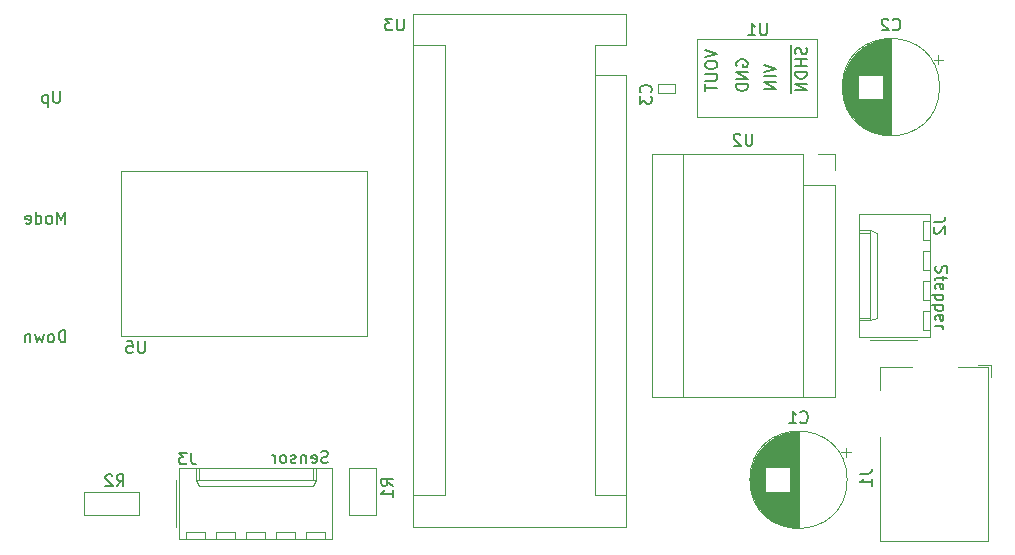
<source format=gbr>
%TF.GenerationSoftware,KiCad,Pcbnew,(5.1.10)-1*%
%TF.CreationDate,2021-10-25T17:57:51-04:00*%
%TF.ProjectId,KittyCaddy,4b697474-7943-4616-9464-792e6b696361,rev?*%
%TF.SameCoordinates,Original*%
%TF.FileFunction,Legend,Bot*%
%TF.FilePolarity,Positive*%
%FSLAX46Y46*%
G04 Gerber Fmt 4.6, Leading zero omitted, Abs format (unit mm)*
G04 Created by KiCad (PCBNEW (5.1.10)-1) date 2021-10-25 17:57:51*
%MOMM*%
%LPD*%
G01*
G04 APERTURE LIST*
%ADD10C,0.150000*%
%ADD11C,0.120000*%
G04 APERTURE END LIST*
D10*
X119363833Y-121689761D02*
X119220976Y-121737380D01*
X118982880Y-121737380D01*
X118887642Y-121689761D01*
X118840023Y-121642142D01*
X118792404Y-121546904D01*
X118792404Y-121451666D01*
X118840023Y-121356428D01*
X118887642Y-121308809D01*
X118982880Y-121261190D01*
X119173357Y-121213571D01*
X119268595Y-121165952D01*
X119316214Y-121118333D01*
X119363833Y-121023095D01*
X119363833Y-120927857D01*
X119316214Y-120832619D01*
X119268595Y-120785000D01*
X119173357Y-120737380D01*
X118935261Y-120737380D01*
X118792404Y-120785000D01*
X117982880Y-121689761D02*
X118078119Y-121737380D01*
X118268595Y-121737380D01*
X118363833Y-121689761D01*
X118411452Y-121594523D01*
X118411452Y-121213571D01*
X118363833Y-121118333D01*
X118268595Y-121070714D01*
X118078119Y-121070714D01*
X117982880Y-121118333D01*
X117935261Y-121213571D01*
X117935261Y-121308809D01*
X118411452Y-121404047D01*
X117506690Y-121070714D02*
X117506690Y-121737380D01*
X117506690Y-121165952D02*
X117459071Y-121118333D01*
X117363833Y-121070714D01*
X117220976Y-121070714D01*
X117125738Y-121118333D01*
X117078119Y-121213571D01*
X117078119Y-121737380D01*
X116649547Y-121689761D02*
X116554309Y-121737380D01*
X116363833Y-121737380D01*
X116268595Y-121689761D01*
X116220976Y-121594523D01*
X116220976Y-121546904D01*
X116268595Y-121451666D01*
X116363833Y-121404047D01*
X116506690Y-121404047D01*
X116601928Y-121356428D01*
X116649547Y-121261190D01*
X116649547Y-121213571D01*
X116601928Y-121118333D01*
X116506690Y-121070714D01*
X116363833Y-121070714D01*
X116268595Y-121118333D01*
X115649547Y-121737380D02*
X115744785Y-121689761D01*
X115792404Y-121642142D01*
X115840023Y-121546904D01*
X115840023Y-121261190D01*
X115792404Y-121165952D01*
X115744785Y-121118333D01*
X115649547Y-121070714D01*
X115506690Y-121070714D01*
X115411452Y-121118333D01*
X115363833Y-121165952D01*
X115316214Y-121261190D01*
X115316214Y-121546904D01*
X115363833Y-121642142D01*
X115411452Y-121689761D01*
X115506690Y-121737380D01*
X115649547Y-121737380D01*
X114887642Y-121737380D02*
X114887642Y-121070714D01*
X114887642Y-121261190D02*
X114840023Y-121165952D01*
X114792404Y-121118333D01*
X114697166Y-121070714D01*
X114601928Y-121070714D01*
X96686595Y-90257380D02*
X96686595Y-91066904D01*
X96638976Y-91162142D01*
X96591357Y-91209761D01*
X96496119Y-91257380D01*
X96305642Y-91257380D01*
X96210404Y-91209761D01*
X96162785Y-91162142D01*
X96115166Y-91066904D01*
X96115166Y-90257380D01*
X95638976Y-90590714D02*
X95638976Y-91590714D01*
X95638976Y-90638333D02*
X95543738Y-90590714D01*
X95353261Y-90590714D01*
X95258023Y-90638333D01*
X95210404Y-90685952D01*
X95162785Y-90781190D01*
X95162785Y-91066904D01*
X95210404Y-91162142D01*
X95258023Y-91209761D01*
X95353261Y-91257380D01*
X95543738Y-91257380D01*
X95638976Y-91209761D01*
X97107166Y-101480880D02*
X97107166Y-100480880D01*
X96773833Y-101195166D01*
X96440500Y-100480880D01*
X96440500Y-101480880D01*
X95821452Y-101480880D02*
X95916690Y-101433261D01*
X95964309Y-101385642D01*
X96011928Y-101290404D01*
X96011928Y-101004690D01*
X95964309Y-100909452D01*
X95916690Y-100861833D01*
X95821452Y-100814214D01*
X95678595Y-100814214D01*
X95583357Y-100861833D01*
X95535738Y-100909452D01*
X95488119Y-101004690D01*
X95488119Y-101290404D01*
X95535738Y-101385642D01*
X95583357Y-101433261D01*
X95678595Y-101480880D01*
X95821452Y-101480880D01*
X94630976Y-101480880D02*
X94630976Y-100480880D01*
X94630976Y-101433261D02*
X94726214Y-101480880D01*
X94916690Y-101480880D01*
X95011928Y-101433261D01*
X95059547Y-101385642D01*
X95107166Y-101290404D01*
X95107166Y-101004690D01*
X95059547Y-100909452D01*
X95011928Y-100861833D01*
X94916690Y-100814214D01*
X94726214Y-100814214D01*
X94630976Y-100861833D01*
X93773833Y-101433261D02*
X93869071Y-101480880D01*
X94059547Y-101480880D01*
X94154785Y-101433261D01*
X94202404Y-101338023D01*
X94202404Y-100957071D01*
X94154785Y-100861833D01*
X94059547Y-100814214D01*
X93869071Y-100814214D01*
X93773833Y-100861833D01*
X93726214Y-100957071D01*
X93726214Y-101052309D01*
X94202404Y-101147547D01*
X97130976Y-111513880D02*
X97130976Y-110513880D01*
X96892880Y-110513880D01*
X96750023Y-110561500D01*
X96654785Y-110656738D01*
X96607166Y-110751976D01*
X96559547Y-110942452D01*
X96559547Y-111085309D01*
X96607166Y-111275785D01*
X96654785Y-111371023D01*
X96750023Y-111466261D01*
X96892880Y-111513880D01*
X97130976Y-111513880D01*
X95988119Y-111513880D02*
X96083357Y-111466261D01*
X96130976Y-111418642D01*
X96178595Y-111323404D01*
X96178595Y-111037690D01*
X96130976Y-110942452D01*
X96083357Y-110894833D01*
X95988119Y-110847214D01*
X95845261Y-110847214D01*
X95750023Y-110894833D01*
X95702404Y-110942452D01*
X95654785Y-111037690D01*
X95654785Y-111323404D01*
X95702404Y-111418642D01*
X95750023Y-111466261D01*
X95845261Y-111513880D01*
X95988119Y-111513880D01*
X95321452Y-110847214D02*
X95130976Y-111513880D01*
X94940500Y-111037690D01*
X94750023Y-111513880D01*
X94559547Y-110847214D01*
X94178595Y-110847214D02*
X94178595Y-111513880D01*
X94178595Y-110942452D02*
X94130976Y-110894833D01*
X94035738Y-110847214D01*
X93892880Y-110847214D01*
X93797642Y-110894833D01*
X93750023Y-110990071D01*
X93750023Y-111513880D01*
X170854738Y-105053142D02*
X170807119Y-105196000D01*
X170807119Y-105434095D01*
X170854738Y-105529333D01*
X170902357Y-105576952D01*
X170997595Y-105624571D01*
X171092833Y-105624571D01*
X171188071Y-105576952D01*
X171235690Y-105529333D01*
X171283309Y-105434095D01*
X171330928Y-105243619D01*
X171378547Y-105148380D01*
X171426166Y-105100761D01*
X171521404Y-105053142D01*
X171616642Y-105053142D01*
X171711880Y-105100761D01*
X171759500Y-105148380D01*
X171807119Y-105243619D01*
X171807119Y-105481714D01*
X171759500Y-105624571D01*
X171473785Y-105910285D02*
X171473785Y-106291238D01*
X171807119Y-106053142D02*
X170949976Y-106053142D01*
X170854738Y-106100761D01*
X170807119Y-106196000D01*
X170807119Y-106291238D01*
X170854738Y-107005523D02*
X170807119Y-106910285D01*
X170807119Y-106719809D01*
X170854738Y-106624571D01*
X170949976Y-106576952D01*
X171330928Y-106576952D01*
X171426166Y-106624571D01*
X171473785Y-106719809D01*
X171473785Y-106910285D01*
X171426166Y-107005523D01*
X171330928Y-107053142D01*
X171235690Y-107053142D01*
X171140452Y-106576952D01*
X171473785Y-107481714D02*
X170473785Y-107481714D01*
X171426166Y-107481714D02*
X171473785Y-107576952D01*
X171473785Y-107767428D01*
X171426166Y-107862666D01*
X171378547Y-107910285D01*
X171283309Y-107957904D01*
X170997595Y-107957904D01*
X170902357Y-107910285D01*
X170854738Y-107862666D01*
X170807119Y-107767428D01*
X170807119Y-107576952D01*
X170854738Y-107481714D01*
X171473785Y-108386476D02*
X170473785Y-108386476D01*
X171426166Y-108386476D02*
X171473785Y-108481714D01*
X171473785Y-108672190D01*
X171426166Y-108767428D01*
X171378547Y-108815047D01*
X171283309Y-108862666D01*
X170997595Y-108862666D01*
X170902357Y-108815047D01*
X170854738Y-108767428D01*
X170807119Y-108672190D01*
X170807119Y-108481714D01*
X170854738Y-108386476D01*
X170854738Y-109672190D02*
X170807119Y-109576952D01*
X170807119Y-109386476D01*
X170854738Y-109291238D01*
X170949976Y-109243619D01*
X171330928Y-109243619D01*
X171426166Y-109291238D01*
X171473785Y-109386476D01*
X171473785Y-109576952D01*
X171426166Y-109672190D01*
X171330928Y-109719809D01*
X171235690Y-109719809D01*
X171140452Y-109243619D01*
X170807119Y-110148380D02*
X171473785Y-110148380D01*
X171283309Y-110148380D02*
X171378547Y-110196000D01*
X171426166Y-110243619D01*
X171473785Y-110338857D01*
X171473785Y-110434095D01*
D11*
%TO.C,R1*%
X121112100Y-122130200D02*
X121112100Y-126130200D01*
X123412100Y-122130200D02*
X121112100Y-122130200D01*
X123412100Y-126130200D02*
X123412100Y-122130200D01*
X123412100Y-126130200D02*
X121112100Y-126130200D01*
%TO.C,J1*%
X175288000Y-113654000D02*
X172688000Y-113654000D01*
X175288000Y-128354000D02*
X175288000Y-113654000D01*
X166088000Y-113654000D02*
X166088000Y-115554000D01*
X168788000Y-113654000D02*
X166088000Y-113654000D01*
X166088000Y-128354000D02*
X175288000Y-128354000D01*
X166088000Y-119554000D02*
X166088000Y-128354000D01*
X175488000Y-114504000D02*
X175488000Y-113454000D01*
X174438000Y-113454000D02*
X175488000Y-113454000D01*
%TO.C,R2*%
X98713100Y-126158500D02*
X103413100Y-126158500D01*
X103413100Y-124158500D02*
X98713100Y-124158500D01*
X98713100Y-126158500D02*
X98713100Y-124158500D01*
X103413100Y-124158500D02*
X103413100Y-126158500D01*
%TO.C,U2*%
X146783600Y-95551800D02*
X159613600Y-95551800D01*
X146783600Y-116131800D02*
X146783600Y-95551800D01*
X162283600Y-116131800D02*
X146783600Y-116131800D01*
X162283600Y-98221800D02*
X162283600Y-116131800D01*
X159613600Y-98221800D02*
X162283600Y-98221800D01*
X159613600Y-95551800D02*
X159613600Y-98221800D01*
X162283600Y-95551800D02*
X162283600Y-96951800D01*
X160883600Y-95551800D02*
X162283600Y-95551800D01*
X159613600Y-98221800D02*
X159613600Y-116131800D01*
X149453600Y-95551800D02*
X149453600Y-116131800D01*
%TO.C,U5*%
X101854000Y-110998000D02*
X112268000Y-110998000D01*
X101854000Y-97028000D02*
X101854000Y-110998000D01*
X122682000Y-97028000D02*
X101854000Y-97028000D01*
X122682000Y-110998000D02*
X122682000Y-97028000D01*
X112268000Y-110998000D02*
X122682000Y-110998000D01*
%TO.C,U1*%
X150647400Y-85826600D02*
X150647400Y-92430600D01*
X160807400Y-85826600D02*
X150647400Y-85826600D01*
X160807400Y-92430600D02*
X160807400Y-85826600D01*
X150647400Y-92430600D02*
X160807400Y-92430600D01*
%TO.C,J3*%
X119138600Y-127601200D02*
X119138600Y-128201200D01*
X117538600Y-127601200D02*
X119138600Y-127601200D01*
X117538600Y-128201200D02*
X117538600Y-127601200D01*
X116598600Y-127601200D02*
X116598600Y-128201200D01*
X114998600Y-127601200D02*
X116598600Y-127601200D01*
X114998600Y-128201200D02*
X114998600Y-127601200D01*
X114058600Y-127601200D02*
X114058600Y-128201200D01*
X112458600Y-127601200D02*
X114058600Y-127601200D01*
X112458600Y-128201200D02*
X112458600Y-127601200D01*
X111518600Y-127601200D02*
X111518600Y-128201200D01*
X109918600Y-127601200D02*
X111518600Y-127601200D01*
X109918600Y-128201200D02*
X109918600Y-127601200D01*
X108978600Y-127601200D02*
X108978600Y-128201200D01*
X107378600Y-127601200D02*
X108978600Y-127601200D01*
X107378600Y-128201200D02*
X107378600Y-127601200D01*
X118088600Y-122181200D02*
X118088600Y-123181200D01*
X108428600Y-122181200D02*
X108428600Y-123181200D01*
X118088600Y-123711200D02*
X118338600Y-123181200D01*
X108428600Y-123711200D02*
X118088600Y-123711200D01*
X108178600Y-123181200D02*
X108428600Y-123711200D01*
X118338600Y-123181200D02*
X118338600Y-122181200D01*
X108178600Y-123181200D02*
X118338600Y-123181200D01*
X108178600Y-122181200D02*
X108178600Y-123181200D01*
X106508600Y-127171200D02*
X106508600Y-123171200D01*
X119718600Y-128201200D02*
X106798600Y-128201200D01*
X119718600Y-122181200D02*
X119718600Y-128201200D01*
X106798600Y-122181200D02*
X119718600Y-122181200D01*
X106798600Y-128201200D02*
X106798600Y-122181200D01*
%TO.C,J2*%
X169714400Y-101257200D02*
X170314400Y-101257200D01*
X169714400Y-102857200D02*
X169714400Y-101257200D01*
X170314400Y-102857200D02*
X169714400Y-102857200D01*
X169714400Y-103797200D02*
X170314400Y-103797200D01*
X169714400Y-105397200D02*
X169714400Y-103797200D01*
X170314400Y-105397200D02*
X169714400Y-105397200D01*
X169714400Y-106337200D02*
X170314400Y-106337200D01*
X169714400Y-107937200D02*
X169714400Y-106337200D01*
X170314400Y-107937200D02*
X169714400Y-107937200D01*
X169714400Y-108877200D02*
X170314400Y-108877200D01*
X169714400Y-110477200D02*
X169714400Y-108877200D01*
X170314400Y-110477200D02*
X169714400Y-110477200D01*
X164294400Y-102307200D02*
X165294400Y-102307200D01*
X164294400Y-109427200D02*
X165294400Y-109427200D01*
X165824400Y-102307200D02*
X165294400Y-102057200D01*
X165824400Y-109427200D02*
X165824400Y-102307200D01*
X165294400Y-109677200D02*
X165824400Y-109427200D01*
X165294400Y-102057200D02*
X164294400Y-102057200D01*
X165294400Y-109677200D02*
X165294400Y-102057200D01*
X164294400Y-109677200D02*
X165294400Y-109677200D01*
X169284400Y-111347200D02*
X165284400Y-111347200D01*
X170314400Y-100677200D02*
X170314400Y-111057200D01*
X164294400Y-100677200D02*
X170314400Y-100677200D01*
X164294400Y-111057200D02*
X164294400Y-100677200D01*
X170314400Y-111057200D02*
X164294400Y-111057200D01*
%TO.C,C2*%
X171042698Y-87201000D02*
X171042698Y-88001000D01*
X171442698Y-87601000D02*
X170642698Y-87601000D01*
X162952000Y-89383000D02*
X162952000Y-90449000D01*
X162992000Y-89148000D02*
X162992000Y-90684000D01*
X163032000Y-88968000D02*
X163032000Y-90864000D01*
X163072000Y-88818000D02*
X163072000Y-91014000D01*
X163112000Y-88687000D02*
X163112000Y-91145000D01*
X163152000Y-88570000D02*
X163152000Y-91262000D01*
X163192000Y-88463000D02*
X163192000Y-91369000D01*
X163232000Y-88364000D02*
X163232000Y-91468000D01*
X163272000Y-88271000D02*
X163272000Y-91561000D01*
X163312000Y-88185000D02*
X163312000Y-91647000D01*
X163352000Y-88103000D02*
X163352000Y-91729000D01*
X163392000Y-88026000D02*
X163392000Y-91806000D01*
X163432000Y-87952000D02*
X163432000Y-91880000D01*
X163472000Y-87882000D02*
X163472000Y-91950000D01*
X163512000Y-87814000D02*
X163512000Y-92018000D01*
X163552000Y-87750000D02*
X163552000Y-92082000D01*
X163592000Y-87688000D02*
X163592000Y-92144000D01*
X163632000Y-87629000D02*
X163632000Y-92203000D01*
X163672000Y-87571000D02*
X163672000Y-92261000D01*
X163712000Y-87516000D02*
X163712000Y-92316000D01*
X163752000Y-87462000D02*
X163752000Y-92370000D01*
X163792000Y-87411000D02*
X163792000Y-92421000D01*
X163832000Y-87360000D02*
X163832000Y-92472000D01*
X163872000Y-87312000D02*
X163872000Y-92520000D01*
X163912000Y-87265000D02*
X163912000Y-92567000D01*
X163952000Y-87219000D02*
X163952000Y-92613000D01*
X163992000Y-87175000D02*
X163992000Y-92657000D01*
X164032000Y-87132000D02*
X164032000Y-92700000D01*
X164072000Y-87090000D02*
X164072000Y-92742000D01*
X164112000Y-87049000D02*
X164112000Y-92783000D01*
X164152000Y-87009000D02*
X164152000Y-92823000D01*
X164192000Y-86971000D02*
X164192000Y-92861000D01*
X164232000Y-86933000D02*
X164232000Y-92899000D01*
X164272000Y-90956000D02*
X164272000Y-92935000D01*
X164272000Y-86897000D02*
X164272000Y-88876000D01*
X164312000Y-90956000D02*
X164312000Y-92971000D01*
X164312000Y-86861000D02*
X164312000Y-88876000D01*
X164352000Y-90956000D02*
X164352000Y-93006000D01*
X164352000Y-86826000D02*
X164352000Y-88876000D01*
X164392000Y-90956000D02*
X164392000Y-93040000D01*
X164392000Y-86792000D02*
X164392000Y-88876000D01*
X164432000Y-90956000D02*
X164432000Y-93072000D01*
X164432000Y-86760000D02*
X164432000Y-88876000D01*
X164472000Y-90956000D02*
X164472000Y-93105000D01*
X164472000Y-86727000D02*
X164472000Y-88876000D01*
X164512000Y-90956000D02*
X164512000Y-93136000D01*
X164512000Y-86696000D02*
X164512000Y-88876000D01*
X164552000Y-90956000D02*
X164552000Y-93166000D01*
X164552000Y-86666000D02*
X164552000Y-88876000D01*
X164592000Y-90956000D02*
X164592000Y-93196000D01*
X164592000Y-86636000D02*
X164592000Y-88876000D01*
X164632000Y-90956000D02*
X164632000Y-93225000D01*
X164632000Y-86607000D02*
X164632000Y-88876000D01*
X164672000Y-90956000D02*
X164672000Y-93254000D01*
X164672000Y-86578000D02*
X164672000Y-88876000D01*
X164712000Y-90956000D02*
X164712000Y-93281000D01*
X164712000Y-86551000D02*
X164712000Y-88876000D01*
X164752000Y-90956000D02*
X164752000Y-93308000D01*
X164752000Y-86524000D02*
X164752000Y-88876000D01*
X164792000Y-90956000D02*
X164792000Y-93334000D01*
X164792000Y-86498000D02*
X164792000Y-88876000D01*
X164832000Y-90956000D02*
X164832000Y-93360000D01*
X164832000Y-86472000D02*
X164832000Y-88876000D01*
X164872000Y-90956000D02*
X164872000Y-93385000D01*
X164872000Y-86447000D02*
X164872000Y-88876000D01*
X164912000Y-90956000D02*
X164912000Y-93409000D01*
X164912000Y-86423000D02*
X164912000Y-88876000D01*
X164952000Y-90956000D02*
X164952000Y-93433000D01*
X164952000Y-86399000D02*
X164952000Y-88876000D01*
X164992000Y-90956000D02*
X164992000Y-93456000D01*
X164992000Y-86376000D02*
X164992000Y-88876000D01*
X165032000Y-90956000D02*
X165032000Y-93478000D01*
X165032000Y-86354000D02*
X165032000Y-88876000D01*
X165072000Y-90956000D02*
X165072000Y-93500000D01*
X165072000Y-86332000D02*
X165072000Y-88876000D01*
X165112000Y-90956000D02*
X165112000Y-93522000D01*
X165112000Y-86310000D02*
X165112000Y-88876000D01*
X165152000Y-90956000D02*
X165152000Y-93543000D01*
X165152000Y-86289000D02*
X165152000Y-88876000D01*
X165192000Y-90956000D02*
X165192000Y-93563000D01*
X165192000Y-86269000D02*
X165192000Y-88876000D01*
X165232000Y-90956000D02*
X165232000Y-93582000D01*
X165232000Y-86250000D02*
X165232000Y-88876000D01*
X165272000Y-90956000D02*
X165272000Y-93602000D01*
X165272000Y-86230000D02*
X165272000Y-88876000D01*
X165312000Y-90956000D02*
X165312000Y-93620000D01*
X165312000Y-86212000D02*
X165312000Y-88876000D01*
X165352000Y-90956000D02*
X165352000Y-93638000D01*
X165352000Y-86194000D02*
X165352000Y-88876000D01*
X165392000Y-90956000D02*
X165392000Y-93656000D01*
X165392000Y-86176000D02*
X165392000Y-88876000D01*
X165432000Y-90956000D02*
X165432000Y-93673000D01*
X165432000Y-86159000D02*
X165432000Y-88876000D01*
X165472000Y-90956000D02*
X165472000Y-93690000D01*
X165472000Y-86142000D02*
X165472000Y-88876000D01*
X165512000Y-90956000D02*
X165512000Y-93706000D01*
X165512000Y-86126000D02*
X165512000Y-88876000D01*
X165552000Y-90956000D02*
X165552000Y-93721000D01*
X165552000Y-86111000D02*
X165552000Y-88876000D01*
X165592000Y-90956000D02*
X165592000Y-93737000D01*
X165592000Y-86095000D02*
X165592000Y-88876000D01*
X165632000Y-90956000D02*
X165632000Y-93751000D01*
X165632000Y-86081000D02*
X165632000Y-88876000D01*
X165672000Y-90956000D02*
X165672000Y-93766000D01*
X165672000Y-86066000D02*
X165672000Y-88876000D01*
X165712000Y-90956000D02*
X165712000Y-93779000D01*
X165712000Y-86053000D02*
X165712000Y-88876000D01*
X165752000Y-90956000D02*
X165752000Y-93793000D01*
X165752000Y-86039000D02*
X165752000Y-88876000D01*
X165792000Y-90956000D02*
X165792000Y-93805000D01*
X165792000Y-86027000D02*
X165792000Y-88876000D01*
X165832000Y-90956000D02*
X165832000Y-93818000D01*
X165832000Y-86014000D02*
X165832000Y-88876000D01*
X165872000Y-90956000D02*
X165872000Y-93830000D01*
X165872000Y-86002000D02*
X165872000Y-88876000D01*
X165912000Y-90956000D02*
X165912000Y-93841000D01*
X165912000Y-85991000D02*
X165912000Y-88876000D01*
X165952000Y-90956000D02*
X165952000Y-93852000D01*
X165952000Y-85980000D02*
X165952000Y-88876000D01*
X165992000Y-90956000D02*
X165992000Y-93863000D01*
X165992000Y-85969000D02*
X165992000Y-88876000D01*
X166032000Y-90956000D02*
X166032000Y-93873000D01*
X166032000Y-85959000D02*
X166032000Y-88876000D01*
X166072000Y-90956000D02*
X166072000Y-93883000D01*
X166072000Y-85949000D02*
X166072000Y-88876000D01*
X166112000Y-90956000D02*
X166112000Y-93892000D01*
X166112000Y-85940000D02*
X166112000Y-88876000D01*
X166152000Y-90956000D02*
X166152000Y-93901000D01*
X166152000Y-85931000D02*
X166152000Y-88876000D01*
X166192000Y-90956000D02*
X166192000Y-93910000D01*
X166192000Y-85922000D02*
X166192000Y-88876000D01*
X166232000Y-90956000D02*
X166232000Y-93918000D01*
X166232000Y-85914000D02*
X166232000Y-88876000D01*
X166272000Y-90956000D02*
X166272000Y-93926000D01*
X166272000Y-85906000D02*
X166272000Y-88876000D01*
X166312000Y-90956000D02*
X166312000Y-93933000D01*
X166312000Y-85899000D02*
X166312000Y-88876000D01*
X166353000Y-85892000D02*
X166353000Y-93940000D01*
X166393000Y-85886000D02*
X166393000Y-93946000D01*
X166433000Y-85879000D02*
X166433000Y-93953000D01*
X166473000Y-85874000D02*
X166473000Y-93958000D01*
X166513000Y-85868000D02*
X166513000Y-93964000D01*
X166553000Y-85864000D02*
X166553000Y-93968000D01*
X166593000Y-85859000D02*
X166593000Y-93973000D01*
X166633000Y-85855000D02*
X166633000Y-93977000D01*
X166673000Y-85851000D02*
X166673000Y-93981000D01*
X166713000Y-85848000D02*
X166713000Y-93984000D01*
X166753000Y-85845000D02*
X166753000Y-93987000D01*
X166793000Y-85842000D02*
X166793000Y-93990000D01*
X166833000Y-85840000D02*
X166833000Y-93992000D01*
X166873000Y-85839000D02*
X166873000Y-93993000D01*
X166913000Y-85837000D02*
X166913000Y-93995000D01*
X166953000Y-85836000D02*
X166953000Y-93996000D01*
X166993000Y-85836000D02*
X166993000Y-93996000D01*
X167033000Y-85836000D02*
X167033000Y-93996000D01*
X171153000Y-89916000D02*
G75*
G03*
X171153000Y-89916000I-4120000J0D01*
G01*
%TO.C,C1*%
X163219498Y-120449600D02*
X163219498Y-121249600D01*
X163619498Y-120849600D02*
X162819498Y-120849600D01*
X155128800Y-122631600D02*
X155128800Y-123697600D01*
X155168800Y-122396600D02*
X155168800Y-123932600D01*
X155208800Y-122216600D02*
X155208800Y-124112600D01*
X155248800Y-122066600D02*
X155248800Y-124262600D01*
X155288800Y-121935600D02*
X155288800Y-124393600D01*
X155328800Y-121818600D02*
X155328800Y-124510600D01*
X155368800Y-121711600D02*
X155368800Y-124617600D01*
X155408800Y-121612600D02*
X155408800Y-124716600D01*
X155448800Y-121519600D02*
X155448800Y-124809600D01*
X155488800Y-121433600D02*
X155488800Y-124895600D01*
X155528800Y-121351600D02*
X155528800Y-124977600D01*
X155568800Y-121274600D02*
X155568800Y-125054600D01*
X155608800Y-121200600D02*
X155608800Y-125128600D01*
X155648800Y-121130600D02*
X155648800Y-125198600D01*
X155688800Y-121062600D02*
X155688800Y-125266600D01*
X155728800Y-120998600D02*
X155728800Y-125330600D01*
X155768800Y-120936600D02*
X155768800Y-125392600D01*
X155808800Y-120877600D02*
X155808800Y-125451600D01*
X155848800Y-120819600D02*
X155848800Y-125509600D01*
X155888800Y-120764600D02*
X155888800Y-125564600D01*
X155928800Y-120710600D02*
X155928800Y-125618600D01*
X155968800Y-120659600D02*
X155968800Y-125669600D01*
X156008800Y-120608600D02*
X156008800Y-125720600D01*
X156048800Y-120560600D02*
X156048800Y-125768600D01*
X156088800Y-120513600D02*
X156088800Y-125815600D01*
X156128800Y-120467600D02*
X156128800Y-125861600D01*
X156168800Y-120423600D02*
X156168800Y-125905600D01*
X156208800Y-120380600D02*
X156208800Y-125948600D01*
X156248800Y-120338600D02*
X156248800Y-125990600D01*
X156288800Y-120297600D02*
X156288800Y-126031600D01*
X156328800Y-120257600D02*
X156328800Y-126071600D01*
X156368800Y-120219600D02*
X156368800Y-126109600D01*
X156408800Y-120181600D02*
X156408800Y-126147600D01*
X156448800Y-124204600D02*
X156448800Y-126183600D01*
X156448800Y-120145600D02*
X156448800Y-122124600D01*
X156488800Y-124204600D02*
X156488800Y-126219600D01*
X156488800Y-120109600D02*
X156488800Y-122124600D01*
X156528800Y-124204600D02*
X156528800Y-126254600D01*
X156528800Y-120074600D02*
X156528800Y-122124600D01*
X156568800Y-124204600D02*
X156568800Y-126288600D01*
X156568800Y-120040600D02*
X156568800Y-122124600D01*
X156608800Y-124204600D02*
X156608800Y-126320600D01*
X156608800Y-120008600D02*
X156608800Y-122124600D01*
X156648800Y-124204600D02*
X156648800Y-126353600D01*
X156648800Y-119975600D02*
X156648800Y-122124600D01*
X156688800Y-124204600D02*
X156688800Y-126384600D01*
X156688800Y-119944600D02*
X156688800Y-122124600D01*
X156728800Y-124204600D02*
X156728800Y-126414600D01*
X156728800Y-119914600D02*
X156728800Y-122124600D01*
X156768800Y-124204600D02*
X156768800Y-126444600D01*
X156768800Y-119884600D02*
X156768800Y-122124600D01*
X156808800Y-124204600D02*
X156808800Y-126473600D01*
X156808800Y-119855600D02*
X156808800Y-122124600D01*
X156848800Y-124204600D02*
X156848800Y-126502600D01*
X156848800Y-119826600D02*
X156848800Y-122124600D01*
X156888800Y-124204600D02*
X156888800Y-126529600D01*
X156888800Y-119799600D02*
X156888800Y-122124600D01*
X156928800Y-124204600D02*
X156928800Y-126556600D01*
X156928800Y-119772600D02*
X156928800Y-122124600D01*
X156968800Y-124204600D02*
X156968800Y-126582600D01*
X156968800Y-119746600D02*
X156968800Y-122124600D01*
X157008800Y-124204600D02*
X157008800Y-126608600D01*
X157008800Y-119720600D02*
X157008800Y-122124600D01*
X157048800Y-124204600D02*
X157048800Y-126633600D01*
X157048800Y-119695600D02*
X157048800Y-122124600D01*
X157088800Y-124204600D02*
X157088800Y-126657600D01*
X157088800Y-119671600D02*
X157088800Y-122124600D01*
X157128800Y-124204600D02*
X157128800Y-126681600D01*
X157128800Y-119647600D02*
X157128800Y-122124600D01*
X157168800Y-124204600D02*
X157168800Y-126704600D01*
X157168800Y-119624600D02*
X157168800Y-122124600D01*
X157208800Y-124204600D02*
X157208800Y-126726600D01*
X157208800Y-119602600D02*
X157208800Y-122124600D01*
X157248800Y-124204600D02*
X157248800Y-126748600D01*
X157248800Y-119580600D02*
X157248800Y-122124600D01*
X157288800Y-124204600D02*
X157288800Y-126770600D01*
X157288800Y-119558600D02*
X157288800Y-122124600D01*
X157328800Y-124204600D02*
X157328800Y-126791600D01*
X157328800Y-119537600D02*
X157328800Y-122124600D01*
X157368800Y-124204600D02*
X157368800Y-126811600D01*
X157368800Y-119517600D02*
X157368800Y-122124600D01*
X157408800Y-124204600D02*
X157408800Y-126830600D01*
X157408800Y-119498600D02*
X157408800Y-122124600D01*
X157448800Y-124204600D02*
X157448800Y-126850600D01*
X157448800Y-119478600D02*
X157448800Y-122124600D01*
X157488800Y-124204600D02*
X157488800Y-126868600D01*
X157488800Y-119460600D02*
X157488800Y-122124600D01*
X157528800Y-124204600D02*
X157528800Y-126886600D01*
X157528800Y-119442600D02*
X157528800Y-122124600D01*
X157568800Y-124204600D02*
X157568800Y-126904600D01*
X157568800Y-119424600D02*
X157568800Y-122124600D01*
X157608800Y-124204600D02*
X157608800Y-126921600D01*
X157608800Y-119407600D02*
X157608800Y-122124600D01*
X157648800Y-124204600D02*
X157648800Y-126938600D01*
X157648800Y-119390600D02*
X157648800Y-122124600D01*
X157688800Y-124204600D02*
X157688800Y-126954600D01*
X157688800Y-119374600D02*
X157688800Y-122124600D01*
X157728800Y-124204600D02*
X157728800Y-126969600D01*
X157728800Y-119359600D02*
X157728800Y-122124600D01*
X157768800Y-124204600D02*
X157768800Y-126985600D01*
X157768800Y-119343600D02*
X157768800Y-122124600D01*
X157808800Y-124204600D02*
X157808800Y-126999600D01*
X157808800Y-119329600D02*
X157808800Y-122124600D01*
X157848800Y-124204600D02*
X157848800Y-127014600D01*
X157848800Y-119314600D02*
X157848800Y-122124600D01*
X157888800Y-124204600D02*
X157888800Y-127027600D01*
X157888800Y-119301600D02*
X157888800Y-122124600D01*
X157928800Y-124204600D02*
X157928800Y-127041600D01*
X157928800Y-119287600D02*
X157928800Y-122124600D01*
X157968800Y-124204600D02*
X157968800Y-127053600D01*
X157968800Y-119275600D02*
X157968800Y-122124600D01*
X158008800Y-124204600D02*
X158008800Y-127066600D01*
X158008800Y-119262600D02*
X158008800Y-122124600D01*
X158048800Y-124204600D02*
X158048800Y-127078600D01*
X158048800Y-119250600D02*
X158048800Y-122124600D01*
X158088800Y-124204600D02*
X158088800Y-127089600D01*
X158088800Y-119239600D02*
X158088800Y-122124600D01*
X158128800Y-124204600D02*
X158128800Y-127100600D01*
X158128800Y-119228600D02*
X158128800Y-122124600D01*
X158168800Y-124204600D02*
X158168800Y-127111600D01*
X158168800Y-119217600D02*
X158168800Y-122124600D01*
X158208800Y-124204600D02*
X158208800Y-127121600D01*
X158208800Y-119207600D02*
X158208800Y-122124600D01*
X158248800Y-124204600D02*
X158248800Y-127131600D01*
X158248800Y-119197600D02*
X158248800Y-122124600D01*
X158288800Y-124204600D02*
X158288800Y-127140600D01*
X158288800Y-119188600D02*
X158288800Y-122124600D01*
X158328800Y-124204600D02*
X158328800Y-127149600D01*
X158328800Y-119179600D02*
X158328800Y-122124600D01*
X158368800Y-124204600D02*
X158368800Y-127158600D01*
X158368800Y-119170600D02*
X158368800Y-122124600D01*
X158408800Y-124204600D02*
X158408800Y-127166600D01*
X158408800Y-119162600D02*
X158408800Y-122124600D01*
X158448800Y-124204600D02*
X158448800Y-127174600D01*
X158448800Y-119154600D02*
X158448800Y-122124600D01*
X158488800Y-124204600D02*
X158488800Y-127181600D01*
X158488800Y-119147600D02*
X158488800Y-122124600D01*
X158529800Y-119140600D02*
X158529800Y-127188600D01*
X158569800Y-119134600D02*
X158569800Y-127194600D01*
X158609800Y-119127600D02*
X158609800Y-127201600D01*
X158649800Y-119122600D02*
X158649800Y-127206600D01*
X158689800Y-119116600D02*
X158689800Y-127212600D01*
X158729800Y-119112600D02*
X158729800Y-127216600D01*
X158769800Y-119107600D02*
X158769800Y-127221600D01*
X158809800Y-119103600D02*
X158809800Y-127225600D01*
X158849800Y-119099600D02*
X158849800Y-127229600D01*
X158889800Y-119096600D02*
X158889800Y-127232600D01*
X158929800Y-119093600D02*
X158929800Y-127235600D01*
X158969800Y-119090600D02*
X158969800Y-127238600D01*
X159009800Y-119088600D02*
X159009800Y-127240600D01*
X159049800Y-119087600D02*
X159049800Y-127241600D01*
X159089800Y-119085600D02*
X159089800Y-127243600D01*
X159129800Y-119084600D02*
X159129800Y-127244600D01*
X159169800Y-119084600D02*
X159169800Y-127244600D01*
X159209800Y-119084600D02*
X159209800Y-127244600D01*
X163329800Y-123164600D02*
G75*
G03*
X163329800Y-123164600I-4120000J0D01*
G01*
%TO.C,U3*%
X126590600Y-83715400D02*
X144630600Y-83715400D01*
X126590600Y-127155400D02*
X126590600Y-83715400D01*
X144630600Y-127155400D02*
X126590600Y-127155400D01*
X141960600Y-124485400D02*
X144630600Y-124485400D01*
X141960600Y-88925400D02*
X141960600Y-124485400D01*
X141960600Y-88925400D02*
X144630600Y-88925400D01*
X129260600Y-124485400D02*
X126590600Y-124485400D01*
X129260600Y-86385400D02*
X129260600Y-124485400D01*
X129260600Y-86385400D02*
X126590600Y-86385400D01*
X144630600Y-83715400D02*
X144630600Y-86385400D01*
X144630600Y-88925400D02*
X144630600Y-127155400D01*
X141960600Y-86385400D02*
X144630600Y-86385400D01*
X141960600Y-88925400D02*
X141960600Y-86385400D01*
%TO.C,C3*%
X148742400Y-90398600D02*
X148742400Y-89636600D01*
X147345400Y-90398600D02*
X148742400Y-90398600D01*
X147345400Y-89636600D02*
X147345400Y-90398600D01*
X148742400Y-89636600D02*
X147345400Y-89636600D01*
%TO.C,R1*%
D10*
X124864480Y-123663533D02*
X124388290Y-123330200D01*
X124864480Y-123092104D02*
X123864480Y-123092104D01*
X123864480Y-123473057D01*
X123912100Y-123568295D01*
X123959719Y-123615914D01*
X124054957Y-123663533D01*
X124197814Y-123663533D01*
X124293052Y-123615914D01*
X124340671Y-123568295D01*
X124388290Y-123473057D01*
X124388290Y-123092104D01*
X124864480Y-124615914D02*
X124864480Y-124044485D01*
X124864480Y-124330200D02*
X123864480Y-124330200D01*
X124007338Y-124234961D01*
X124102576Y-124139723D01*
X124150195Y-124044485D01*
%TO.C,J1*%
X164390380Y-122670666D02*
X165104666Y-122670666D01*
X165247523Y-122623047D01*
X165342761Y-122527809D01*
X165390380Y-122384952D01*
X165390380Y-122289714D01*
X165390380Y-123670666D02*
X165390380Y-123099238D01*
X165390380Y-123384952D02*
X164390380Y-123384952D01*
X164533238Y-123289714D01*
X164628476Y-123194476D01*
X164676095Y-123099238D01*
%TO.C,R2*%
X101479766Y-123710880D02*
X101813100Y-123234690D01*
X102051195Y-123710880D02*
X102051195Y-122710880D01*
X101670242Y-122710880D01*
X101575004Y-122758500D01*
X101527385Y-122806119D01*
X101479766Y-122901357D01*
X101479766Y-123044214D01*
X101527385Y-123139452D01*
X101575004Y-123187071D01*
X101670242Y-123234690D01*
X102051195Y-123234690D01*
X101098814Y-122806119D02*
X101051195Y-122758500D01*
X100955957Y-122710880D01*
X100717861Y-122710880D01*
X100622623Y-122758500D01*
X100575004Y-122806119D01*
X100527385Y-122901357D01*
X100527385Y-122996595D01*
X100575004Y-123139452D01*
X101146433Y-123710880D01*
X100527385Y-123710880D01*
%TO.C,U2*%
X155295504Y-93864180D02*
X155295504Y-94673704D01*
X155247885Y-94768942D01*
X155200266Y-94816561D01*
X155105028Y-94864180D01*
X154914552Y-94864180D01*
X154819314Y-94816561D01*
X154771695Y-94768942D01*
X154724076Y-94673704D01*
X154724076Y-93864180D01*
X154295504Y-93959419D02*
X154247885Y-93911800D01*
X154152647Y-93864180D01*
X153914552Y-93864180D01*
X153819314Y-93911800D01*
X153771695Y-93959419D01*
X153724076Y-94054657D01*
X153724076Y-94149895D01*
X153771695Y-94292752D01*
X154343123Y-94864180D01*
X153724076Y-94864180D01*
%TO.C,U5*%
X103860504Y-111415580D02*
X103860504Y-112225104D01*
X103812885Y-112320342D01*
X103765266Y-112367961D01*
X103670028Y-112415580D01*
X103479552Y-112415580D01*
X103384314Y-112367961D01*
X103336695Y-112320342D01*
X103289076Y-112225104D01*
X103289076Y-111415580D01*
X102336695Y-111415580D02*
X102812885Y-111415580D01*
X102860504Y-111891771D01*
X102812885Y-111844152D01*
X102717647Y-111796533D01*
X102479552Y-111796533D01*
X102384314Y-111844152D01*
X102336695Y-111891771D01*
X102289076Y-111987009D01*
X102289076Y-112225104D01*
X102336695Y-112320342D01*
X102384314Y-112367961D01*
X102479552Y-112415580D01*
X102717647Y-112415580D01*
X102812885Y-112367961D01*
X102860504Y-112320342D01*
%TO.C,U1*%
X156540104Y-84516980D02*
X156540104Y-85326504D01*
X156492485Y-85421742D01*
X156444866Y-85469361D01*
X156349628Y-85516980D01*
X156159152Y-85516980D01*
X156063914Y-85469361D01*
X156016295Y-85421742D01*
X155968676Y-85326504D01*
X155968676Y-84516980D01*
X154968676Y-85516980D02*
X155540104Y-85516980D01*
X155254390Y-85516980D02*
X155254390Y-84516980D01*
X155349628Y-84659838D01*
X155444866Y-84755076D01*
X155540104Y-84802695D01*
X158552400Y-86382790D02*
X158552400Y-87335171D01*
X159872161Y-86573266D02*
X159919780Y-86716123D01*
X159919780Y-86954219D01*
X159872161Y-87049457D01*
X159824542Y-87097076D01*
X159729304Y-87144695D01*
X159634066Y-87144695D01*
X159538828Y-87097076D01*
X159491209Y-87049457D01*
X159443590Y-86954219D01*
X159395971Y-86763742D01*
X159348352Y-86668504D01*
X159300733Y-86620885D01*
X159205495Y-86573266D01*
X159110257Y-86573266D01*
X159015019Y-86620885D01*
X158967400Y-86668504D01*
X158919780Y-86763742D01*
X158919780Y-87001838D01*
X158967400Y-87144695D01*
X158552400Y-87335171D02*
X158552400Y-88382790D01*
X159919780Y-87573266D02*
X158919780Y-87573266D01*
X159395971Y-87573266D02*
X159395971Y-88144695D01*
X159919780Y-88144695D02*
X158919780Y-88144695D01*
X158552400Y-88382790D02*
X158552400Y-89382790D01*
X159919780Y-88620885D02*
X158919780Y-88620885D01*
X158919780Y-88858980D01*
X158967400Y-89001838D01*
X159062638Y-89097076D01*
X159157876Y-89144695D01*
X159348352Y-89192314D01*
X159491209Y-89192314D01*
X159681685Y-89144695D01*
X159776923Y-89097076D01*
X159872161Y-89001838D01*
X159919780Y-88858980D01*
X159919780Y-88620885D01*
X158552400Y-89382790D02*
X158552400Y-90430409D01*
X159919780Y-89620885D02*
X158919780Y-89620885D01*
X159919780Y-90192314D01*
X158919780Y-90192314D01*
X156319780Y-88011361D02*
X157319780Y-88344695D01*
X156319780Y-88678028D01*
X157319780Y-89011361D02*
X156319780Y-89011361D01*
X157319780Y-89487552D02*
X156319780Y-89487552D01*
X157319780Y-90058980D01*
X156319780Y-90058980D01*
X153967400Y-88144695D02*
X153919780Y-88049457D01*
X153919780Y-87906600D01*
X153967400Y-87763742D01*
X154062638Y-87668504D01*
X154157876Y-87620885D01*
X154348352Y-87573266D01*
X154491209Y-87573266D01*
X154681685Y-87620885D01*
X154776923Y-87668504D01*
X154872161Y-87763742D01*
X154919780Y-87906600D01*
X154919780Y-88001838D01*
X154872161Y-88144695D01*
X154824542Y-88192314D01*
X154491209Y-88192314D01*
X154491209Y-88001838D01*
X154919780Y-88620885D02*
X153919780Y-88620885D01*
X154919780Y-89192314D01*
X153919780Y-89192314D01*
X154919780Y-89668504D02*
X153919780Y-89668504D01*
X153919780Y-89906600D01*
X153967400Y-90049457D01*
X154062638Y-90144695D01*
X154157876Y-90192314D01*
X154348352Y-90239933D01*
X154491209Y-90239933D01*
X154681685Y-90192314D01*
X154776923Y-90144695D01*
X154872161Y-90049457D01*
X154919780Y-89906600D01*
X154919780Y-89668504D01*
X151319780Y-86744695D02*
X152319780Y-87078028D01*
X151319780Y-87411361D01*
X151319780Y-87935171D02*
X151319780Y-88125647D01*
X151367400Y-88220885D01*
X151462638Y-88316123D01*
X151653114Y-88363742D01*
X151986447Y-88363742D01*
X152176923Y-88316123D01*
X152272161Y-88220885D01*
X152319780Y-88125647D01*
X152319780Y-87935171D01*
X152272161Y-87839933D01*
X152176923Y-87744695D01*
X151986447Y-87697076D01*
X151653114Y-87697076D01*
X151462638Y-87744695D01*
X151367400Y-87839933D01*
X151319780Y-87935171D01*
X151319780Y-88792314D02*
X152129304Y-88792314D01*
X152224542Y-88839933D01*
X152272161Y-88887552D01*
X152319780Y-88982790D01*
X152319780Y-89173266D01*
X152272161Y-89268504D01*
X152224542Y-89316123D01*
X152129304Y-89363742D01*
X151319780Y-89363742D01*
X151319780Y-89697076D02*
X151319780Y-90268504D01*
X152319780Y-89982790D02*
X151319780Y-89982790D01*
%TO.C,J3*%
X107775333Y-120864380D02*
X107775333Y-121578666D01*
X107822952Y-121721523D01*
X107918190Y-121816761D01*
X108061047Y-121864380D01*
X108156285Y-121864380D01*
X107394380Y-120864380D02*
X106775333Y-120864380D01*
X107108666Y-121245333D01*
X106965809Y-121245333D01*
X106870571Y-121292952D01*
X106822952Y-121340571D01*
X106775333Y-121435809D01*
X106775333Y-121673904D01*
X106822952Y-121769142D01*
X106870571Y-121816761D01*
X106965809Y-121864380D01*
X107251523Y-121864380D01*
X107346761Y-121816761D01*
X107394380Y-121769142D01*
%TO.C,J2*%
X170648380Y-101330166D02*
X171362666Y-101330166D01*
X171505523Y-101282547D01*
X171600761Y-101187309D01*
X171648380Y-101044452D01*
X171648380Y-100949214D01*
X170743619Y-101758738D02*
X170696000Y-101806357D01*
X170648380Y-101901595D01*
X170648380Y-102139690D01*
X170696000Y-102234928D01*
X170743619Y-102282547D01*
X170838857Y-102330166D01*
X170934095Y-102330166D01*
X171076952Y-102282547D01*
X171648380Y-101711119D01*
X171648380Y-102330166D01*
%TO.C,C2*%
X167199666Y-85023142D02*
X167247285Y-85070761D01*
X167390142Y-85118380D01*
X167485380Y-85118380D01*
X167628238Y-85070761D01*
X167723476Y-84975523D01*
X167771095Y-84880285D01*
X167818714Y-84689809D01*
X167818714Y-84546952D01*
X167771095Y-84356476D01*
X167723476Y-84261238D01*
X167628238Y-84166000D01*
X167485380Y-84118380D01*
X167390142Y-84118380D01*
X167247285Y-84166000D01*
X167199666Y-84213619D01*
X166818714Y-84213619D02*
X166771095Y-84166000D01*
X166675857Y-84118380D01*
X166437761Y-84118380D01*
X166342523Y-84166000D01*
X166294904Y-84213619D01*
X166247285Y-84308857D01*
X166247285Y-84404095D01*
X166294904Y-84546952D01*
X166866333Y-85118380D01*
X166247285Y-85118380D01*
%TO.C,C1*%
X159376466Y-118271742D02*
X159424085Y-118319361D01*
X159566942Y-118366980D01*
X159662180Y-118366980D01*
X159805038Y-118319361D01*
X159900276Y-118224123D01*
X159947895Y-118128885D01*
X159995514Y-117938409D01*
X159995514Y-117795552D01*
X159947895Y-117605076D01*
X159900276Y-117509838D01*
X159805038Y-117414600D01*
X159662180Y-117366980D01*
X159566942Y-117366980D01*
X159424085Y-117414600D01*
X159376466Y-117462219D01*
X158424085Y-118366980D02*
X158995514Y-118366980D01*
X158709800Y-118366980D02*
X158709800Y-117366980D01*
X158805038Y-117509838D01*
X158900276Y-117605076D01*
X158995514Y-117652695D01*
%TO.C,U3*%
X125780704Y-84110580D02*
X125780704Y-84920104D01*
X125733085Y-85015342D01*
X125685466Y-85062961D01*
X125590228Y-85110580D01*
X125399752Y-85110580D01*
X125304514Y-85062961D01*
X125256895Y-85015342D01*
X125209276Y-84920104D01*
X125209276Y-84110580D01*
X124828323Y-84110580D02*
X124209276Y-84110580D01*
X124542609Y-84491533D01*
X124399752Y-84491533D01*
X124304514Y-84539152D01*
X124256895Y-84586771D01*
X124209276Y-84682009D01*
X124209276Y-84920104D01*
X124256895Y-85015342D01*
X124304514Y-85062961D01*
X124399752Y-85110580D01*
X124685466Y-85110580D01*
X124780704Y-85062961D01*
X124828323Y-85015342D01*
%TO.C,C3*%
X146686542Y-90358933D02*
X146734161Y-90311314D01*
X146781780Y-90168457D01*
X146781780Y-90073219D01*
X146734161Y-89930361D01*
X146638923Y-89835123D01*
X146543685Y-89787504D01*
X146353209Y-89739885D01*
X146210352Y-89739885D01*
X146019876Y-89787504D01*
X145924638Y-89835123D01*
X145829400Y-89930361D01*
X145781780Y-90073219D01*
X145781780Y-90168457D01*
X145829400Y-90311314D01*
X145877019Y-90358933D01*
X145781780Y-90692266D02*
X145781780Y-91311314D01*
X146162733Y-90977980D01*
X146162733Y-91120838D01*
X146210352Y-91216076D01*
X146257971Y-91263695D01*
X146353209Y-91311314D01*
X146591304Y-91311314D01*
X146686542Y-91263695D01*
X146734161Y-91216076D01*
X146781780Y-91120838D01*
X146781780Y-90835123D01*
X146734161Y-90739885D01*
X146686542Y-90692266D01*
%TD*%
M02*

</source>
